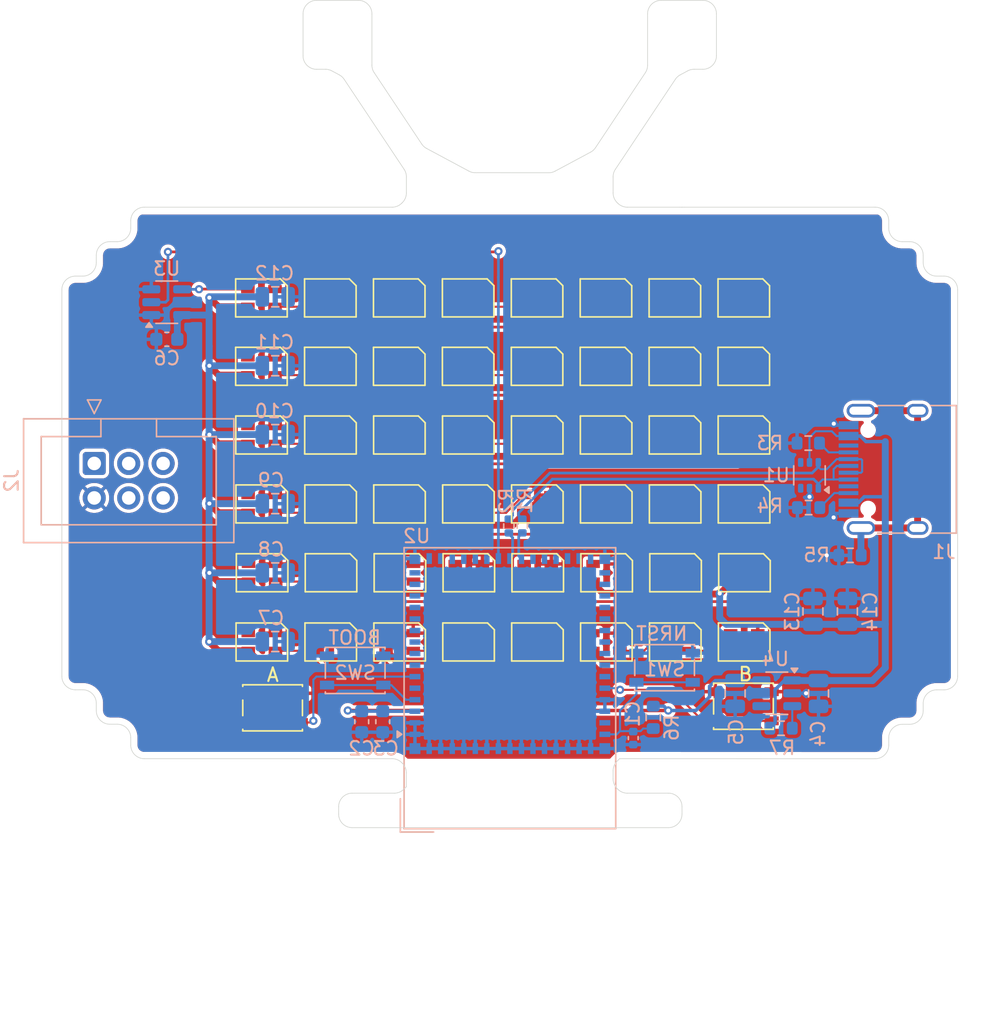
<source format=kicad_pcb>
(kicad_pcb (version 20241229) (generator "pcbnew") (generator_version "9.0")
  (layers (0 "F.Cu" signal) (2 "B.Cu" signal) (13 "F.Paste" user) (15 "B.Paste" user) (5 "F.SilkS" user "F.Silkscreen") (7 "B.SilkS" user "B.Silkscreen") (1 "F.Mask" user) (3 "B.Mask" user) (25 "Edge.Cuts" user))
  (net 0 "")
  (net 2 "Net-(J1-SHIELD)")
  (net 23 "GND")
  (net 27 "VBUS")
  (net 31 "Net-(D1-DIN)")
  (net 36 "/NRST")
  (net 37 "+3V3")
  (net 39 "Net-(J1-CC2)")
  (net 40 "/RAW_D_P")
  (net 42 "/RAW_D_N")
  (net 43 "Net-(J1-CC1)")
  (net 44 "/USB_D_P")
  (net 45 "/USB_D_N")
  (net 48 "Net-(U2-IO0)")
  (net 49 "Net-(U4-CE)")
  (net 51 "Net-(D12-DOUT)")
  (net 52 "Net-(D1-DOUT)")
  (net 53 "Net-(D24-DOUT)")
  (net 54 "Net-(D2-DOUT)")
  (net 55 "/LED_IN")
  (net 56 "Net-(D3-DOUT)")
  (net 57 "Net-(D36-DOUT)")
  (net 58 "Net-(D37-DOUT)")
  (net 59 "Net-(D4-DOUT)")
  (net 60 "Net-(D5-DOUT)")
  (net 61 "Net-(D38-DOUT)")
  (net 62 "Net-(D39-DOUT)")
  (net 63 "Net-(D6-DOUT)")
  (net 64 "Net-(D7-DOUT)")
  (net 65 "Net-(D40-DOUT)")
  (net 66 "Net-(D41-DOUT)")
  (net 67 "Net-(D8-DOUT)")
  (net 68 "Net-(D42-DOUT)")
  (net 69 "Net-(D10-DIN)")
  (net 70 "Net-(D43-DOUT)")
  (net 71 "Net-(D10-DOUT)")
  (net 72 "Net-(D11-DOUT)")
  (net 73 "Net-(D44-DOUT)")
  (net 74 "Net-(D45-DOUT)")
  (net 75 "Net-(D46-DOUT)")
  (net 76 "Net-(D47-DOUT)")
  (net 77 "Net-(D13-DOUT)")
  (net 79 "Net-(D14-DOUT)")
  (net 80 "Net-(D15-DOUT)")
  (net 81 "Net-(D16-DOUT)")
  (net 82 "Net-(D17-DOUT)")
  (net 83 "Net-(D18-DOUT)")
  (net 84 "Net-(D19-DOUT)")
  (net 85 "Net-(D20-DOUT)")
  (net 86 "Net-(D21-DOUT)")
  (net 87 "Net-(D22-DOUT)")
  (net 88 "Net-(D23-DOUT)")
  (net 89 "Net-(D25-DOUT)")
  (net 90 "Net-(D26-DOUT)")
  (net 91 "Net-(D27-DOUT)")
  (net 92 "Net-(D28-DOUT)")
  (net 93 "Net-(D29-DOUT)")
  (net 94 "Net-(D30-DOUT)")
  (net 95 "Net-(D31-DOUT)")
  (net 96 "Net-(D32-DOUT)")
  (net 97 "Net-(D33-DOUT)")
  (net 98 "Net-(D34-DOUT)")
  (net 99 "Net-(D35-DOUT)")
  (net 100 "/BTN1")
  (net 101 "/BTN2")
  (net 104 "/SCL")
  (net 105 "/SDA")
  (net 106 "/GPIO2")
  (net 107 "VCC")
  (net 108 "/GPIO1")
  (footprint "LED_SMD:LED_SK6805_PLCC4_2.4x2.7mm_P1.3mm" (layer "F.Cu") (at 136.580001 115.86 180)
    (property "Reference" "D44" (hide yes))
    (property "Value" "SK6805")
  )
  (footprint "LED_SMD:LED_SK6805_PLCC4_2.4x2.7mm_P1.3mm" (layer "F.Cu") (at 131.52 110.76 180)
    (property "Reference" "D35" (hide yes))
    (property "Value" "SK6805")
  )
  (footprint "LED_SMD:LED_SK6805_PLCC4_2.4x2.7mm_P1.3mm" (layer "F.Cu") (at 146.71 95.549999 180)
    (property "Reference" "D14" (hide yes))
    (property "Value" "SK6805")
  )
  (footprint "LED_SMD:LED_SK6805_PLCC4_2.4x2.7mm_P1.3mm" (layer "F.Cu") (at 121.32 100.61 180)
    (property "Reference" "D17" (hide yes))
    (property "Value" "SK6805")
  )
  (footprint "LED_SMD:LED_SK6805_PLCC4_2.4x2.7mm_P1.3mm" (layer "F.Cu") (at 136.55 90.51 180)
    (property "Reference" "D4" (hide yes))
    (property "Value" "SK6805")
  )
  (footprint "LED_SMD:LED_SK6805_PLCC4_2.4x2.7mm_P1.3mm" (layer "F.Cu") (at 151.79 95.55 180)
    (property "Reference" "D15" (hide yes))
    (property "Value" "SK6805")
  )
  (footprint "LED_SMD:LED_SK6805_PLCC4_2.4x2.7mm_P1.3mm" (layer "F.Cu") (at 141.629999 90.51 180)
    (property "Reference" "D5" (hide yes))
    (property "Value" "SK6805")
  )
  (footprint "LED_SMD:LED_SK6805_PLCC4_2.4x2.7mm_P1.3mm" (layer "F.Cu") (at 126.39 90.51 180)
    (property "Reference" "D2" (hide yes))
    (property "Value" "SK6805")
  )
  (footprint "LED_SMD:LED_SK6805_PLCC4_2.4x2.7mm_P1.3mm" (layer "F.Cu") (at 131.47 95.55 180)
    (property "Reference" "D11" (hide yes))
    (property "Value" "SK6805")
  )
  (footprint "LED_SMD:LED_SK6805_PLCC4_2.4x2.7mm_P1.3mm" (layer "F.Cu") (at 146.71 90.51 180)
    (property "Reference" "D6" (hide yes))
    (property "Value" "SK6805")
  )
  (footprint "LED_SMD:LED_SK6805_PLCC4_2.4x2.7mm_P1.3mm" (layer "F.Cu") (at 156.92 110.759999 180)
    (property "Reference" "D40" (hide yes))
    (property "Value" "SK6805")
  )
  (footprint "Button_Switch_SMD:SW_SPST_PTS810" (layer "F.Cu") (at 122.133336 120.714412)
    (property "Reference" "SW3" (hide yes))
    (property "Value" "SW_Push")
  )
  (footprint "LED_SMD:LED_SK6805_PLCC4_2.4x2.7mm_P1.3mm" (layer "F.Cu") (at 151.81 105.69 180)
    (property "Reference" "D31" (hide yes))
    (property "Value" "SK6805")
  )
  (footprint "LED_SMD:LED_SK6805_PLCC4_2.4x2.7mm_P1.3mm" (layer "F.Cu") (at 141.64 100.61 180)
    (property "Reference" "D21" (hide yes))
    (property "Value" "SK6805")
  )
  (footprint "LED_SMD:LED_SK6805_PLCC4_2.4x2.7mm_P1.3mm" (layer "F.Cu") (at 121.33 105.69 180)
    (property "Reference" "D25" (hide yes))
    (property "Value" "SK6805")
  )
  (footprint "LED_SMD:LED_SK6805_PLCC4_2.4x2.7mm_P1.3mm" (layer "F.Cu") (at 131.48 100.61 180)
    (property "Reference" "D19" (hide yes))
    (property "Value" "SK6805")
  )
  (footprint "LED_SMD:LED_SK6805_PLCC4_2.4x2.7mm_P1.3mm" (layer "F.Cu") (at 151.82 115.86 180)
    (property "Reference" "D47" (hide yes))
    (property "Value" "SK6805")
  )
  (footprint "LED_SMD:LED_SK6805_PLCC4_2.4x2.7mm_P1.3mm" (layer "F.Cu") (at 126.4 100.61 180)
    (property "Reference" "D18" (hide yes))
    (property "Value" "SK6805")
  )
  (footprint "LED_SMD:LED_SK6805_PLCC4_2.4x2.7mm_P1.3mm" (layer "F.Cu") (at 121.31 90.509999 180)
    (property "Reference" "D1" (hide yes))
    (property "Value" "SK6805")
  )
  (footprint "LED_SMD:LED_SK6805_PLCC4_2.4x2.7mm_P1.3mm" (layer "F.Cu") (at 126.39 95.55 180)
    (property "Reference" "D10" (hide yes))
    (property "Value" "SK6805")
  )
  (footprint "LED_SMD:LED_SK6805_PLCC4_2.4x2.7mm_P1.3mm" (layer "F.Cu") (at 151.79 90.51 180)
    (property "Reference" "D7" (hide yes))
    (property "Value" "SK6805")
  )
  (footprint "LED_SMD:LED_SK6805_PLCC4_2.4x2.7mm_P1.3mm" (layer "F.Cu") (at 156.87 95.549999 180)
    (property "Reference" "D16" (hide yes))
    (property "Value" "SK6805")
  )
  (footprint "LED_SMD:LED_SK6805_PLCC4_2.4x2.7mm_P1.3mm" (layer "F.Cu") (at 151.84 110.76 180)
    (property "Reference" "D39" (hide yes))
    (property "Value" "SK6805")
  )
  (footprint "LED_SMD:LED_SK6805_PLCC4_2.4x2.7mm_P1.3mm" (layer "F.Cu") (at 136.560001 100.61 180)
    (property "Reference" "D20" (hide yes))
    (property "Value" "SK6805")
  )
  (footprint "LED_SMD:LED_SK6805_PLCC4_2.4x2.7mm_P1.3mm" (layer "F.Cu") (at 146.74 115.859999 180)
    (property "Reference" "D46" (hide yes))
    (property "Value" "SK6805")
  )
  (footprint "LED_SMD:LED_SK6805_PLCC4_2.4x2.7mm_P1.3mm" (layer "F.Cu") (at 141.65 105.69 180)
    (property "Reference" "D29" (hide yes))
    (property "Value" "SK6805")
  )
  (footprint "LED_SMD:LED_SK6805_PLCC4_2.4x2.7mm_P1.3mm" (layer "F.Cu") (at 121.34 115.86 180)
    (property "Reference" "D41" (hide yes))
    (property "Value" "SK6805")
  )
  (footprint "LED_SMD:LED_SK6805_PLCC4_2.4x2.7mm_P1.3mm" (layer "F.Cu") (at 146.73 105.689999 180)
    (property "Reference" "D30" (hide yes))
    (property "Value" "SK6805")
  )
  (footprint "LED_SMD:LED_SK6805_PLCC4_2.4x2.7mm_P1.3mm" (layer "F.Cu") (at 126.41 105.69 180)
    (property "Reference" "D26" (hide yes))
    (property "Value" "SK6805")
  )
  (footprint "LED_SMD:LED_SK6805_PLCC4_2.4x2.7mm_P1.3mm" (layer "F.Cu") (at 136.600001 110.76 180)
    (property "Reference" "D36" (hide yes))
    (property "Value" "SK6805")
  )
  (footprint "LED_SMD:LED_SK6805_PLCC4_2.4x2.7mm_P1.3mm" (layer "F.Cu") (at 141.66 115.86 180)
    (property "Reference" "D45" (hide yes))
    (property "Value" "SK6805")
  )
  (footprint "LED_SMD:LED_SK6805_PLCC4_2.4x2.7mm_P1.3mm" (layer "F.Cu") (at 146.72 100.609999 180)
    (property "Reference" "D22" (hide yes))
    (property "Value" "SK6805")
  )
  (footprint "LED_SMD:LED_SK6805_PLCC4_2.4x2.7mm_P1.3mm" (layer "F.Cu") (at 156.89 105.689999 180)
    (property "Reference" "D32" (hide yes))
    (property "Value" "SK6805")
  )
  (footprint "LED_SMD:LED_SK6805_PLCC4_2.4x2.7mm_P1.3mm" (layer "F.Cu") (at 136.570001 105.69 180)
    (property "Reference" "D28" (hide yes))
    (property "Value" "SK6805")
  )
  (footprint "LED_SMD:LED_SK6805_PLCC4_2.4x2.7mm_P1.3mm" (layer "F.Cu") (at 156.87 90.51 180)
    (property "Reference" "D8" (hide yes))
    (property "Value" "SK6805")
  )
  (footprint "LED_SMD:LED_SK6805_PLCC4_2.4x2.7mm_P1.3mm" (layer "F.Cu") (at 121.36 110.76 180)
    (property "Reference" "D33" (hide yes))
    (property "Value" "SK6805")
  )
  (footprint "LED_SMD:LED_SK6805_PLCC4_2.4x2.7mm_P1.3mm" (layer "F.Cu") (at 146.76 110.759999 180)
    (property "Reference" "D38" (hide yes))
    (property "Value" "SK6805")
  )
  (footprint "Button_Switch_SMD:SW_SPST_PTS810" (layer "F.Cu") (at 156.845336 120.596412)
    (property "Reference" "SW4" (hide yes))
    (property "Value" "SW_Push")
  )
  (footprint "LED_SMD:LED_SK6805_PLCC4_2.4x2.7mm_P1.3mm" (layer "F.Cu") (at 126.44 110.76 180)
    (property "Reference" "D34" (hide yes))
    (property "Value" "SK6805")
  )
  (footprint "LED_SMD:LED_SK6805_PLCC4_2.4x2.7mm_P1.3mm" (layer "F.Cu") (at 156.88 100.609999 180)
    (property "Reference" "D24" (hide yes))
    (property "Value" "SK6805")
  )
  (footprint "LED_SMD:LED_SK6805_PLCC4_2.4x2.7mm_P1.3mm" (layer "F.Cu") (at 121.31 95.55 180)
    (property "Reference" "D9" (hide yes))
    (property "Value" "SK6805")
  )
  (footprint "LED_SMD:LED_SK6805_PLCC4_2.4x2.7mm_P1.3mm" (layer "F.Cu") (at 131.47 90.509999 180)
    (property "Reference" "D3" (hide yes))
    (property "Value" "SK6805")
  )
  (footprint "LED_SMD:LED_SK6805_PLCC4_2.4x2.7mm_P1.3mm" (layer "F.Cu") (at 141.63 95.55 180)
    (property "Reference" "D13" (hide yes))
    (property "Value" "SK6805")
  )
  (footprint "LED_SMD:LED_SK6805_PLCC4_2.4x2.7mm_P1.3mm" (layer "F.Cu") (at 131.49 105.69 180)
    (property "Reference" "D27" (hide yes))
    (property "Value" "SK6805")
  )
  (footprint "LED_SMD:LED_SK6805_PLCC4_2.4x2.7mm_P1.3mm" (layer "F.Cu") (at 136.550001 95.55 180)
    (property "Reference" "D12" (hide yes))
    (property "Value" "SK6805")
  )
  (footprint "LED_SMD:LED_SK6805_PLCC4_2.4x2.7mm_P1.3mm" (layer "F.Cu") (at 141.68 110.76 180)
    (property "Reference" "D37" (hide yes))
    (property "Value" "SK6805")
  )
  (footprint "LED_SMD:LED_SK6805_PLCC4_2.4x2.7mm_P1.3mm" (layer "F.Cu") (at 131.5 115.86 180)
    (property "Reference" "D43" (hide yes))
    (property "Value" "SK6805")
  )
  (footprint "LED_SMD:LED_SK6805_PLCC4_2.4x2.7mm_P1.3mm" (layer "F.Cu") (at 126.42 115.86 180)
    (property "Reference" "D42" (hide yes))
    (property "Value" "SK6805")
  )
  (footprint "LED_SMD:LED_SK6805_PLCC4_2.4x2.7mm_P1.3mm" (layer "F.Cu") (at 156.9 115.859999 180)
    (property "Reference" "D48" (hide yes))
    (property "Value" "SK6805")
  )
  (footprint "LED_SMD:LED_SK6805_PLCC4_2.4x2.7mm_P1.3mm" (layer "F.Cu") (at 151.8 100.61 180)
    (property "Reference" "D23" (hide yes))
    (property "Value" "SK6805")
  )
  (footprint "Capacitor_SMD:C_0805_2012Metric" (layer "B.Cu") (at 164.508336 113.609413 90)
    (property "Reference" "C14")
    (property "Value" "10uf")
  )
  (footprint "Capacitor_SMD:C_0805_2012Metric" (layer "B.Cu") (at 122.328336 110.77)
    (property "Reference" "C8")
    (property "Value" "10uf")
  )
  (footprint "Button_Switch_SMD:SW_SPST_PTS810" (layer "B.Cu") (at 128.221962 117.96035 180)
    (property "Reference" "SW2")
    (property "Value" "SW_Push")
  )
  (footprint "Capacitor_SMD:C_0805_2012Metric" (layer "B.Cu") (at 162.380235 119.653512 -90)
    (property "Reference" "C4")
    (property "Value" "10uf")
  )
  (footprint "Connector_IDC:IDC-Header_2x03_P2.54mm_Vertical" (layer "B.Cu") (at 108.985 102.7075 -90)
    (property "Reference" "J2")
    (property "Value" "Conn_02x03_Odd_Even")
  )
  (footprint "Capacitor_SMD:C_0805_2012Metric" (layer "B.Cu") (at 122.328336 100.579412)
    (property "Reference" "C10")
    (property "Value" "10uf")
  )
  (footprint "Capacitor_SMD:C_0603_1608Metric" (layer "B.Cu") (at 114.335 93.56 180)
    (property "Reference" "C6")
    (property "Value" ".1uf")
  )
  (footprint "RF_Module:ESP32-S2-MINI-1" (layer "B.Cu") (at 139.627562 119.26475)
    (property "Reference" "U2")
    (property "Value" "ESP32-S3-MINI-1")
  )
  (footprint "Resistor_SMD:R_0603_1608Metric" (layer "B.Cu") (at 159.617136 122.215012 180)
    (property "Reference" "R7")
    (property "Value" "10k")
  )
  (footprint "Capacitor_SMD:C_0603_1608Metric" (layer "B.Cu") (at 128.704562 121.73195 -90)
    (property "Reference" "C2")
    (property "Value" "1uf")
  )
  (footprint "Capacitor_SMD:C_0402_1005Metric" (layer "B.Cu") (at 148.720762 122.941412 -90)
    (property "Reference" "C1")
    (property "Value" "0.1uf")
  )
  (footprint "Capacitor_SMD:C_0603_1608Metric" (layer "B.Cu") (at 130.253962 121.73195 -90)
    (property "Reference" "C3")
    (property "Value" "0.01uf")
  )
  (footprint "Capacitor_SMD:C_0805_2012Metric" (layer "B.Cu") (at 122.328336 95.509412)
    (property "Reference" "C11")
    (property "Value" "10uf")
  )
  (footprint "Resistor_SMD:R_0402_1005Metric" (layer "B.Cu") (at 140.540962 107.31375 90)
    (property "Reference" "R1")
    (property "Value" "27")
  )
  (footprint "Package_TO_SOT_SMD:SOT-23-5" (layer "B.Cu") (at 159.306836 119.639412 180)
    (property "Reference" "U4")
    (property "Value" "XC6222B331MR-G")
  )
  (footprint "Resistor_SMD:R_0603_1608Metric" (layer "B.Cu") (at 150.193962 121.41475 90)
    (property "Reference" "R6")
    (property "Value" "10k")
  )
  (footprint "Resistor_SMD:R_0603_1608Metric" (layer "B.Cu") (at 161.623962 101.20955 180)
    (property "Reference" "R3")
    (property "Value" "5.1K")
  )
  (footprint "Package_TO_SOT_SMD:SOT-363_SC-70-6" (layer "B.Cu") (at 161.713462 103.58195 90)
    (property "Reference" "U1")
    (property "Value" "DRTR5V0U4S")
  )
  (footprint "Resistor_SMD:R_0603_1608Metric" (layer "B.Cu") (at 161.649362 105.959349 180)
    (property "Reference" "R4")
    (property "Value" "5.1K")
  )
  (footprint "Connector_USB:USB_C_Receptacle_HRO_TYPE-C-31-M-12" (layer "B.Cu") (at 168.635562 103.13995 -90)
    (property "Reference" "J1")
    (property "Value" "USB_C_Receptacle_USB2.0")
  )
  (footprint "Capacitor_SMD:C_0805_2012Metric" (layer "B.Cu") (at 122.328336 115.83)
    (property "Reference" "C7")
    (property "Value" "10uf")
  )
  (footprint "Resistor_SMD:R_0402_1005Metric" (layer "B.Cu") (at 139.551362 107.31575 90)
    (property "Reference" "R2")
    (property "Value" "27")
  )
  (footprint "Capacitor_SMD:C_0805_2012Metric" (layer "B.Cu") (at 161.968336 113.609413 90)
    (property "Reference" "C13")
    (property "Value" "10uf")
  )
  (footprint "Capacitor_SMD:C_0805_2012Metric" (layer "B.Cu") (at 122.328336 105.669412)
    (property "Reference" "C9")
    (property "Value" "10uf")
  )
  (footprint "Button_Switch_SMD:SW_SPST_PTS810" (layer "B.Cu") (at 151.031162 117.75715 180)
    (property "Reference" "SW1")
    (property "Value" "SW_Push")
  )
  (footprint "Capacitor_SMD:C_0805_2012Metric" (layer "B.Cu") (at 156.233435 119.653512 -90)
    (property "Reference" "C5")
    (property "Value" "10uf")
  )
  (footprint "Capacitor_SMD:C_0805_2012Metric" (layer "B.Cu") (at 122.328336 90.429412)
    (property "Reference" "C12")
    (property "Value" "10uf")
  )
  (footprint "Resistor_SMD:R_0603_1608Metric" (layer "B.Cu") (at 164.699336 109.479412 180)
    (property "Reference" "R5")
    (property "Value" "1M")
  )
  (footprint "Package_TO_SOT_SMD:SOT-23-5" (layer "B.Cu") (at 114.3295 90.827)
    (property "Reference" "U3")
    (property "Value" "74AHCT1G125")
  )
  (gr_line (start 148.28555 83.825412) (end 152.316336 83.825412) (stroke (width 0.05)) (layer "Edge.Cuts"))
  (gr_line (start 131.654229 83.532519) (end 131.703443 83.483305) (stroke (width 0.05)) (layer "Edge.Cuts"))
  (gr_line (start 149.776336 73.370202) (end 149.776336 69.585412) (stroke (width 0.05)) (layer "Edge.Cuts"))
  (gr_line (start 125.376336 68.585412) (end 128.456336 68.585412) (stroke (width 0.05)) (layer "Edge.Cuts"))
  (gr_arc (start 131.828386 81.033488) (mid 131.953428 81.298404) (end 131.996336 81.588188) (stroke (width 0.05)) (layer "Edge.Cuts"))
  (gr_arc (start 167.556336 122.925412) (mid 167.849227 122.21831) (end 168.556336 121.925412) (stroke (width 0.05)) (layer "Edge.Cuts"))
  (gr_line (start 147.712713 124.45945) (end 147.529323 124.642791) (stroke (width 0.05)) (layer "Edge.Cuts"))
  (gr_arc (start 145.938083 79.442049) (mid 145.778058 79.628199) (end 145.577505 79.769754) (stroke (width 0.05)) (layer "Edge.Cuts"))
  (gr_arc (start 108.134205 119.382135) (mid 108.842654 119.674288) (end 109.136336 120.382133) (stroke (width 0.05)) (layer "Edge.Cuts"))
  (gr_line (start 169.096336 121.925412) (end 168.556336 121.925412) (stroke (width 0.05)) (layer "Edge.Cuts"))
  (gr_arc (start 106.596336 89.905412) (mid 106.889227 89.19831) (end 107.596336 88.905412) (stroke (width 0.05)) (layer "Edge.Cuts"))
  (gr_line (start 142.958584 81.171956) (end 145.577505 79.769754) (stroke (width 0.05)) (layer "Edge.Cuts"))
  (gr_line (start 152.316336 83.825412) (end 166.556336 83.825412) (stroke (width 0.05)) (layer "Edge.Cuts"))
  (gr_line (start 166.55607 124.46447) (end 147.712713 124.45945) (stroke (width 0.05)) (layer "Edge.Cuts"))
  (gr_line (start 148.285719 127) (end 151.316336 127) (stroke (width 0.05)) (layer "Edge.Cuts"))
  (gr_arc (start 125.376336 73.665412) (mid 124.669229 73.372519) (end 124.376336 72.665412) (stroke (width 0.05)) (layer "Edge.Cuts"))
  (gr_line (start 152.316336 128) (end 152.316336 128.54) (stroke (width 0.05)) (layer "Edge.Cuts"))
  (gr_arc (start 171.096336 88.905412) (mid 170.389202 88.612532) (end 170.096336 87.905412) (stroke (width 0.05)) (layer "Edge.Cuts"))
  (gr_line (start 170.096336 120.385412) (end 170.096336 120.925412) (stroke (width 0.05)) (layer "Edge.Cuts"))
  (gr_arc (start 111.676336 84.825412) (mid 111.969229 84.118305) (end 112.676336 83.825412) (stroke (width 0.05)) (layer "Edge.Cuts"))
  (gr_arc (start 110.676336 121.92) (mid 111.38342 122.212906) (end 111.676336 122.92) (stroke (width 0.05)) (layer "Edge.Cuts"))
  (gr_arc (start 151.316336 127) (mid 152.023443 127.292893) (end 152.316336 128) (stroke (width 0.05)) (layer "Edge.Cuts"))
  (gr_arc (start 109.136336 87.905412) (mid 108.843441 88.612524) (end 108.136336 88.905412) (stroke (width 0.05)) (layer "Edge.Cuts"))
  (gr_line (start 153.856336 73.665412) (end 153.202101 73.665412) (stroke (width 0.05)) (layer "Edge.Cuts"))
  (gr_line (start 172.636336 89.905412) (end 172.636336 118.385412) (stroke (width 0.05)) (layer "Edge.Cuts"))
  (gr_arc (start 124.376336 69.585412) (mid 124.669227 68.87831) (end 125.376336 68.585412) (stroke (width 0.05)) (layer "Edge.Cuts"))
  (gr_arc (start 154.856336 72.665412) (mid 154.563441 73.372524) (end 153.856336 73.665412) (stroke (width 0.05)) (layer "Edge.Cuts"))
  (gr_arc (start 151.825002 74.402413) (mid 151.984912 74.216689) (end 152.185194 74.075439) (stroke (width 0.05)) (layer "Edge.Cuts"))
  (gr_line (start 167.556336 84.825412) (end 167.556336 85.365412) (stroke (width 0.05)) (layer "Edge.Cuts"))
  (gr_line (start 127.047478 74.075439) (end 126.502429 73.783738) (stroke (width 0.05)) (layer "Edge.Cuts"))
  (gr_arc (start 131.654229 83.532519) (mid 131.329806 83.749292) (end 130.947122 83.825412) (stroke (width 0.05)) (layer "Edge.Cuts"))
  (gr_line (start 111.676336 123.46) (end 111.676336 122.92) (stroke (width 0.05)) (layer "Edge.Cuts"))
  (gr_line (start 151.825002 74.402413) (end 147.404286 81.033488) (stroke (width 0.05)) (layer "Edge.Cuts"))
  (gr_line (start 131.996336 82.776198) (end 131.996336 81.588188) (stroke (width 0.05)) (layer "Edge.Cuts"))
  (gr_line (start 108.134205 119.382135) (end 107.598467 119.383277) (stroke (width 0.05)) (layer "Edge.Cuts"))
  (gr_line (start 171.636336 119.385412) (end 171.096336 119.385412) (stroke (width 0.05)) (layer "Edge.Cuts"))
  (gr_line (start 131.828386 81.033488) (end 127.40767 74.402413) (stroke (width 0.05)) (layer "Edge.Cuts"))
  (gr_arc (start 131.812979 126.707107) (mid 131.488554 126.923871) (end 131.105872 127) (stroke (width 0.05)) (layer "Edge.Cuts"))
  (gr_line (start 171.096336 88.905412) (end 171.636336 88.905412) (stroke (width 0.05)) (layer "Edge.Cuts"))
  (gr_line (start 131.812979 126.707107) (end 131.996336 126.52375) (stroke (width 0.05)) (layer "Edge.Cuts"))
  (gr_line (start 147.529229 83.483305) (end 147.578443 83.532519) (stroke (width 0.05)) (layer "Edge.Cuts"))
  (gr_arc (start 171.636336 88.905412) (mid 172.343443 89.198305) (end 172.636336 89.905412) (stroke (width 0.05)) (layer "Edge.Cuts"))
  (gr_line (start 133.487247 79.498728) (end 136.60495 81.168523) (stroke (width 0.05)) (layer "Edge.Cuts"))
  (gr_line (start 110.136336 86.365412) (end 110.676336 86.365412) (stroke (width 0.05)) (layer "Edge.Cuts"))
  (gr_arc (start 127.047478 74.075439) (mid 127.247755 74.216693) (end 127.40767 74.402413) (stroke (width 0.05)) (layer "Edge.Cuts"))
  (gr_line (start 137.07646 81.286995) (end 142.485947 81.290365) (stroke (width 0.05)) (layer "Edge.Cuts"))
  (gr_arc (start 147.236336 81.588188) (mid 147.279249 81.298406) (end 147.404286 81.033488) (stroke (width 0.05)) (layer "Edge.Cuts"))
  (gr_line (start 151.316336 129.54) (end 128.001429 129.54) (stroke (width 0.05)) (layer "Edge.Cuts"))
  (gr_line (start 131.703443 124.802107) (end 131.654229 124.752893) (stroke (width 0.05)) (layer "Edge.Cuts"))
  (gr_arc (start 126.030571 73.665412) (mid 126.273807 73.695438) (end 126.502429 73.783738) (stroke (width 0.05)) (layer "Edge.Cuts"))
  (gr_arc (start 169.096336 86.365412) (mid 169.803443 86.658305) (end 170.096336 87.365412) (stroke (width 0.05)) (layer "Edge.Cuts"))
  (gr_arc (start 147.529229 83.483305) (mid 147.312449 83.158883) (end 147.236336 82.776198) (stroke (width 0.05)) (layer "Edge.Cuts"))
  (gr_line (start 112.676336 83.825412) (end 130.947122 83.825412) (stroke (width 0.05)) (layer "Edge.Cuts"))
  (gr_arc (start 168.556336 86.365412) (mid 167.849202 86.072532) (end 167.556336 85.365412) (stroke (width 0.05)) (layer "Edge.Cuts"))
  (gr_line (start 127.00143 128.538572) (end 127.002201 127.998571) (stroke (width 0.05)) (layer "Edge.Cuts"))
  (gr_arc (start 129.624286 73.917336) (mid 129.499244 73.65242) (end 129.456336 73.362636) (stroke (width 0.05)) (layer "Edge.Cuts"))
  (gr_line (start 147.236336 125.349992) (end 147.236336 125.950617) (stroke (width 0.05)) (layer "Edge.Cuts"))
  (gr_line (start 111.676336 85.365412) (end 111.676336 84.825412) (stroke (width 0.05)) (layer "Edge.Cuts"))
  (gr_line (start 110.676336 121.92) (end 110.136336 121.92) (stroke (width 0.05)) (layer "Edge.Cuts"))
  (gr_arc (start 147.529229 126.657724) (mid 147.312443 126.333304) (end 147.236336 125.950617) (stroke (width 0.05)) (layer "Edge.Cuts"))
  (gr_arc (start 131.703443 124.802107) (mid 131.920204 125.126533) (end 131.996336 125.509214) (stroke (width 0.05)) (layer "Edge.Cuts"))
  (gr_arc (start 131.996336 82.776198) (mid 131.920218 83.158884) (end 131.703443 83.483305) (stroke (width 0.05)) (layer "Edge.Cuts"))
  (gr_arc (start 111.676336 85.365412) (mid 111.383443 86.072519) (end 110.676336 86.365412) (stroke (width 0.05)) (layer "Edge.Cuts"))
  (gr_arc (start 153.856336 68.585412) (mid 154.563443 68.878305) (end 154.856336 69.585412) (stroke (width 0.05)) (layer "Edge.Cuts"))
  (gr_arc (start 149.776336 73.370202) (mid 149.733571 73.659518) (end 149.608929 73.924088) (stroke (width 0.05)) (layer "Edge.Cuts"))
  (gr_line (start 126.030571 73.665412) (end 125.376336 73.665412) (stroke (width 0.05)) (layer "Edge.Cuts"))
  (gr_line (start 145.938083 79.442049) (end 149.608929 73.924088) (stroke (width 0.05)) (layer "Edge.Cuts"))
  (gr_arc (start 110.136336 121.92) (mid 109.429206 121.62712) (end 109.136336 120.92) (stroke (width 0.05)) (layer "Edge.Cuts"))
  (gr_line (start 154.856336 69.585412) (end 154.856336 72.665412) (stroke (width 0.05)) (layer "Edge.Cuts"))
  (gr_arc (start 147.236336 125.349992) (mid 147.312482 124.967247) (end 147.529323 124.642791) (stroke (width 0.05)) (layer "Edge.Cuts"))
  (gr_line (start 124.376336 72.665412) (end 124.376336 69.585412) (stroke (width 0.05)) (layer "Edge.Cuts"))
  (gr_arc (start 127.002201 127.998571) (mid 127.295599 127.292388) (end 128.0022 127) (stroke (width 0.05)) (layer "Edge.Cuts"))
  (gr_line (start 128.0022 127) (end 131.105872 127) (stroke (width 0.05)) (layer "Edge.Cuts"))
  (gr_line (start 131.996336 126.52375) (end 131.996336 125.509214) (stroke (width 0.05)) (layer "Edge.Cuts"))
  (gr_arc (start 152.316336 128.54) (mid 152.023445 129.24712) (end 151.316336 129.54) (stroke (width 0.05)) (layer "Edge.Cuts"))
  (gr_line (start 167.556336 122.925412) (end 167.556336 123.46447) (stroke (width 0.05)) (layer "Edge.Cuts"))
  (gr_arc (start 148.285719 127) (mid 147.903032 126.923886) (end 147.578612 126.707107) (stroke (width 0.05)) (layer "Edge.Cuts"))
  (gr_line (start 107.596336 88.905412) (end 108.136336 88.905412) (stroke (width 0.05)) (layer "Edge.Cuts"))
  (gr_line (start 150.776336 68.585412) (end 153.856336 68.585412) (stroke (width 0.05)) (layer "Edge.Cuts"))
  (gr_arc (start 167.556336 123.46447) (mid 167.263349 124.171671) (end 166.55607 124.46447) (stroke (width 0.05)) (layer "Edge.Cuts"))
  (gr_arc (start 170.096336 120.925412) (mid 169.803441 121.632524) (end 169.096336 121.925412) (stroke (width 0.05)) (layer "Edge.Cuts"))
  (gr_line (start 147.236336 81.588188) (end 147.236336 82.776198) (stroke (width 0.05)) (layer "Edge.Cuts"))
  (gr_arc (start 128.456336 68.585412) (mid 129.163443 68.878305) (end 129.456336 69.585412) (stroke (width 0.05)) (layer "Edge.Cuts"))
  (gr_arc (start 142.958584 81.171956) (mid 142.729587 81.260383) (end 142.485947 81.290365) (stroke (width 0.05)) (layer "Edge.Cuts"))
  (gr_arc (start 109.136336 87.365412) (mid 109.429229 86.658305) (end 110.136336 86.365412) (stroke (width 0.05)) (layer "Edge.Cuts"))
  (gr_arc (start 170.096336 120.385412) (mid 170.389227 119.67831) (end 171.096336 119.385412) (stroke (width 0.05)) (layer "Edge.Cuts"))
  (gr_line (start 129.456336 69.585412) (end 129.456336 73.362636) (stroke (width 0.05)) (layer "Edge.Cuts"))
  (gr_arc (start 149.776336 69.585412) (mid 150.069229 68.878305) (end 150.776336 68.585412) (stroke (width 0.05)) (layer "Edge.Cuts"))
  (gr_line (start 109.136336 120.92) (end 109.136336 120.382133) (stroke (width 0.05)) (layer "Edge.Cuts"))
  (gr_arc (start 166.556336 83.825412) (mid 167.263443 84.118305) (end 167.556336 84.825412) (stroke (width 0.05)) (layer "Edge.Cuts"))
  (gr_line (start 106.596336 118.388777) (end 106.596336 89.905412) (stroke (width 0.05)) (layer "Edge.Cuts"))
  (gr_arc (start 130.947122 124.46) (mid 131.329805 124.53612) (end 131.654229 124.752893) (stroke (width 0.05)) (layer "Edge.Cuts"))
  (gr_line (start 152.730243 73.783738) (end 152.185194 74.075439) (stroke (width 0.05)) (layer "Edge.Cuts"))
  (gr_arc (start 112.676336 124.46) (mid 111.969206 124.16712) (end 111.676336 123.46) (stroke (width 0.05)) (layer "Edge.Cuts"))
  (gr_line (start 168.556336 86.365412) (end 169.096336 86.365412) (stroke (width 0.05)) (layer "Edge.Cuts"))
  (gr_arc (start 152.730243 73.783738) (mid 152.958867 73.695444) (end 153.202101 73.665412) (stroke (width 0.05)) (layer "Edge.Cuts"))
  (gr_line (start 109.136336 87.905412) (end 109.136336 87.365412) (stroke (width 0.05)) (layer "Edge.Cuts"))
  (gr_arc (start 137.07646 81.286995) (mid 136.833397 81.256845) (end 136.60495 81.168523) (stroke (width 0.05)) (layer "Edge.Cuts"))
  (gr_arc (start 172.636336 118.385412) (mid 172.343441 119.092524) (end 171.636336 119.385412) (stroke (width 0.05)) (layer "Edge.Cuts"))
  (gr_arc (start 128.001429 129.54) (mid 127.293818 129.246602) (end 127.00143 128.538572) (stroke (width 0.05)) (layer "Edge.Cuts"))
  (gr_arc (start 133.487247 79.498728) (mid 133.287127 79.357517) (end 133.127329 79.171901) (stroke (width 0.05)) (layer "Edge.Cuts"))
  (gr_line (start 130.947122 124.46) (end 112.676336 124.46) (stroke (width 0.05)) (layer "Edge.Cuts"))
  (gr_line (start 129.624286 73.917336) (end 133.127329 79.171901) (stroke (width 0.05)) (layer "Edge.Cuts"))
  (gr_line (start 147.529229 126.657724) (end 147.578612 126.707107) (stroke (width 0.05)) (layer "Edge.Cuts"))
  (gr_arc (start 107.598467 119.383277) (mid 106.889967 119.09115) (end 106.596336 118.383279) (stroke (width 0.05)) (layer "Edge.Cuts"))
  (gr_line (start 170.096336 87.365412) (end 170.096336 87.905412) (stroke (width 0.05)) (layer "Edge.Cuts"))
  (gr_arc (start 148.28555 83.825412) (mid 147.902855 83.749309) (end 147.578443 83.532519) (stroke (width 0.05)) (layer "Edge.Cuts"))
  (gr_text "B" (at 156.39 118.82 0) (layer "F.SilkS") (effects (font (size 1 1) (thickness 0.1524)) (justify left bottom)))
  (gr_text "A" (at 121.62 118.864412 0) (layer "F.SilkS") (effects (font (size 1 1) (thickness 0.1524)) (justify left bottom)))
  (gr_text "BOOT" (at 130.216336 116.125412 0) (layer "B.SilkS") (effects (font (size 1 1) (thickness 0.1524)) (justify left bottom mirror)))
  (gr_text "NRST" (at 152.808336 115.829412 0) (layer "B.SilkS") (effects (font (size 1 1) (thickness 0.1524)) (justify left bottom mirror)))
  (segment (start 169.685562 98.81995) (end 165.505561 98.81995) (width 0.508) (layer "F.Cu") (net 2))
  (segment (start 169.685562 107.45995) (end 169.685562 98.81995) (width 0.508) (layer "F.Cu") (net 2))
  (segment (start 165.505561 107.45995) (end 169.685562 107.45995) (width 0.508) (layer "F.Cu") (net 2))
  (segment (start 165.505561 107.45995) (end 165.505561 109.460637) (width 0.508) (layer "B.Cu") (net 2))
  (segment (start 165.505561 109.460637) (end 165.524336 109.479412) (width 0.508) (layer "B.Cu") (net 2))
  (via (at 161.460336 119.639412) (size 0.6) (drill 0.3) (layers "F.Cu" "B.Cu") (net 23))
  (via (at 163.505292 99.77819) (size 0.6) (drill 0.3) (layers "F.Cu" "B.Cu") (net 23))
  (via (at 161.714336 105.161412) (size 0.6) (drill 0.3) (layers "F.Cu" "B.Cu") (net 23))
  (via (at 162.984336 109.479412) (size 0.6) (drill 0.3) (layers "F.Cu" "B.Cu") (net 23))
  (via (at 163.492336 106.685412) (size 0.6) (drill 0.3) (layers "F.Cu" "B.Cu") (net 23))
  (segment (start 164.590562 99.88995) (end 163.617052 99.88995) (width 0.1524) (layer "B.Cu") (net 23))
  (segment (start 163.874336 109.479412) (end 162.984336 109.479412) (width 0.508) (layer "B.Cu") (net 23))
  (segment (start 163.617052 99.88995) (end 163.505292 99.77819) (width 0.1524) (layer "B.Cu") (net 23))
  (segment (start 160.444336 119.639412) (end 161.460336 119.639412) (width 0.1524) (layer "B.Cu") (net 23))
  (segment (start 161.713462 105.160538) (end 161.714336 105.161412) (width 0.1524) (layer "B.Cu") (net 23))
  (segment (start 163.787798 106.38995) (end 163.492336 106.685412) (width 0.1524) (layer "B.Cu") (net 23))
  (segment (start 161.713462 104.531949) (end 161.713462 105.160538) (width 0.1524) (layer "B.Cu") (net 23))
  (segment (start 164.590562 106.38995) (end 163.787798 106.38995) (width 0.1524) (layer "B.Cu") (net 23))
  (segment (start 135.534 91.272) (end 134.779 92.027) (width 0.508) (layer "F.Cu") (net 27))
  (segment (start 130.474 106.452) (end 129.719 107.207) (width 0.508) (layer "F.Cu") (net 27))
  (segment (start 151.628 117.318) (end 150.82 116.51) (width 0.508) (layer "F.Cu") (net 27))
  (segment (start 155.046 92.080001) (end 151.582001 92.08) (width 0.508) (layer "F.Cu") (net 27))
  (segment (start 125.424 111.522) (end 124.669001 112.277) (width 0.508) (layer "F.Cu") (net 27))
  (segment (start 144.989 112.276999) (end 141.419 112.277) (width 0.508) (layer "F.Cu") (net 27))
  (segment (start 155.096 112.33) (end 155.096 112.285) (width 0.508) (layer "F.Cu") (net 27))
  (segment (start 121.099 112.276999) (end 120.621 111.799) (width 0.508) (layer "F.Cu") (net 27))
  (segment (start 129.745 117.265) (end 126.175001 117.265) (width 0.508) (layer "F.Cu") (net 27))
  (segment (start 120.621 111.799) (end 120.36 111.538) (width 0.508) (layer "F.Cu") (net 27))
  (segment (start 129.698999 92.027) (end 126.129 92.027) (width 0.508) (layer "F.Cu") (net 27))
  (segment (start 118.139999 91.159999) (end 117.47 90.49) (width 0.508) (layer "F.Cu") (net 27))
  (segment (start 136.352 102.18) (end 135.544 101.372) (width 0.508) (layer "F.Cu") (net 27))
  (segment (start 125.374 91.272) (end 124.619 92.027) (width 0.508) (layer "F.Cu") (net 27))
  (segment (start 131.209001 92.027) (end 130.454 91.272) (width 0.508) (layer "F.Cu") (net 27))
  (segment (start 120.31 96.2) (end 118.16 96.2) (width 0.508) (layer "F.Cu") (net 27))
  (segment (start 136.388001 117.318) (end 135.58 116.51) (width 0.508) (layer "F.Cu") (net 27))
  (segment (start 124.619001 97.067) (end 121.049 97.066999) (width 0.508) (layer "F.Cu") (net 27))
  (segment (start 150.82 116.51) (end 150.065001 117.265) (width 0.508) (layer "F.Cu") (net 27))
  (segment (start 141.369 97.067) (end 140.614 96.312) (width 0.508) (layer "F.Cu") (net 27))
  (segment (start 150.774 91.272) (end 150.019 92.027) (width 0.508) (layer "F.Cu") (net 27))
  (segment (start 141.379 102.127) (end 140.624 101.372) (width 0.508) (layer "F.Cu") (net 27))
  (segment (start 129.719 107.207) (end 126.149 107.207) (width 0.508) (layer "F.Cu") (net 27))
  (segment (start 134.779 92.027) (end 131.209001 92.027) (width 0.508) (layer "F.Cu") (net 27))
  (segment (start 139.826 107.26) (end 136.362 107.26) (width 0.508) (layer "F.Cu") (net 27))
  (segment (start 155.874 106.452) (end 155.066 107.26) (width 0.508) (layer "F.Cu") (net 27))
  (segment (start 118.11 111.41) (end 117.47 110.77) (width 0.508) (layer "F.Cu") (net 27))
  (segment (start 121.095 117.265) (end 120.34 116.51) (width 0.508) (layer "F.Cu") (net 27))
  (segment (start 146.459 102.127) (end 145.704 101.372) (width 0.508) (layer "F.Cu") (net 27))
  (segment (start 151.632 112.33) (end 150.824 111.522) (width 0.508) (layer "F.Cu") (net 27))
  (segment (start 129.749 112.277) (end 126.179 112.277) (width 0.508) (layer "F.Cu") (net 27))
  (segment (start 146.449 92.027) (end 145.694 91.272) (width 0.508) (layer "F.Cu") (net 27))
  (segment (start 118.15 106.34) (end 117.47 105.66) (width 0.508) (layer "F.Cu") (net 27))
  (segment (start 150.774 96.312) (end 150.019 97.067) (width 0.508) (layer "F.Cu") (net 27))
  (segment (start 120.646 96.664) (end 120.294 96.312) (width 0.508) (layer "F.Cu") (net 27))
  (segment (start 125.42 116.51) (end 124.665 117.265) (width 0.508) (layer "F.Cu") (net 27))
  (segment (start 145.744 111.522) (end 144.989 112.276999) (width 0.508) (layer "F.Cu") (net 27))
  (segment (start 145.694 96.312) (end 144.939 97.066999) (width 0.508) (layer "F.Cu") (net 27))
  (segment (start 126.149 107.207) (end 125.394 106.452) (width 0.508) (layer "F.Cu") (net 27))
  (segment (start 140.634 106.452) (end 139.826 107.26) (width 0.508) (layer "F.Cu") (net 27))
  (segment (start 140.614 91.272) (end 139.806 92.08) (width 0.508) (layer "F.Cu") (net 27))
  (segment (start 124.665 117.265) (end 121.095 117.265) (width 0.508) (layer "F.Cu") (net 27))
  (segment (start 126.129 97.067) (end 125.374 96.312) (width 0.508) (layer "F.Cu") (net 27))
  (segment (start 150.824 111.522) (end 150.069 112.277) (width 0.508) (layer "F.Cu") (net 27))
  (segment (start 155.9 116.51) (end 155.092 117.318) (width 0.508) (layer "F.Cu") (net 27))
  (segment (start 155.904 111.522) (end 155.096 112.33) (width 0.508) (layer "F.Cu") (net 27))
  (segment (start 135.554 106.452) (end 134.799 107.206999) (width 0.508) (layer "F.Cu") (net 27))
  (segment (start 126.139 102.127) (end 125.384 101.372) (width 0.508) (layer "F.Cu") (net 27))
  (segment (start 145.74 116.51) (end 144.985 117.265) (width 0.508) (layer "F.Cu") (net 27))
  (segment (start 136.362 107.26) (end 135.554 106.452) (width 0.508) (layer "F.Cu") (net 27))
  (segment (start 141.419 112.277) (end 140.664 111.522) (width 0.508) (layer "F.Cu") (net 27))
  (segment (start 139.852 117.318001) (end 136.388001 117.318) (width 0.508) (layer "F.Cu") (net 27))
  (segment (start 126.129 92.027) (end 125.374 91.272) (width 0.508) (layer "F.Cu") (net 27))
  (segment (start 118.13 116.51) (end 117.46 115.84) (width 0.508) (layer "F.Cu") (net 27))
  (segment (start 141.389 107.207) (end 140.634 106.452) (width 0.508) (layer "F.Cu") (net 27))
  (segment (start 155.046 97.12) (end 151.582 97.12) (width 0.508) (layer "F.Cu") (net 27))
  (segment (start 130.454 96.312) (end 129.699 97.067) (width 0.508) (layer "F.Cu") (net 27))
  (segment (start 120.36 111.41) (end 118.11 111.41) (width 0.508) (layer "F.Cu") (net 27))
  (segment (start 151.582001 92.08) (end 150.774 91.272) (width 0.508) (layer "F.Cu") (net 27))
  (segment (start 144.939 92.027) (end 141.369 92.026999) (width 0.508) (layer "F.Cu") (net 27))
  (segment (start 141.369 92.026999) (end 140.614 91.272) (width 0.508) (layer "F.Cu") (net 27))
  (segment (start 121.069 107.206999) (end 120.314 106.452) (width 0.508) (layer "F.Cu") (net 27))
  (segment (start 135.534 96.312) (end 134.779 97.066999) (width 0.508) (layer "F.Cu") (net 27))
  (segment (start 155.092 117.318) (end 151.628 117.318) (width 0.508) (layer "F.Cu") (net 27))
  (segment (start 120.314 106.452) (end 120.314 106.356) (width 0.508) (layer "F.Cu") (net 27))
  (segment (start 150.039 107.207) (end 146.469 107.207) (width 0.508) (layer "F.Cu") (net 27))
  (segment (start 136.342 92.08) (end 135.534 91.272) (width 0.508) (layer "F.Cu") (net 27))
  (segment (start 124.619 92.027) (end 121.049 92.027) (width 0.508) (layer "F.Cu") (net 27))
  (segment (start 139.856 112.33) (end 136.392 112.33) (width 0.508) (layer "F.Cu") (net 27))
  (segment (start 120.31 91.288) (end 120.31 91.159999) (width 0.508) (layer "F.Cu") (net 27))
  (segment (start 139.806 97.12) (end 136.342 97.12) (width 0.508) (layer "F.Cu") (net 27))
  (segment (start 131.255 117.265) (end 130.5 116.51) (width 0.508) (layer "F.Cu") (net 27))
  (segment (start 129.709 102.127) (end 126.139 102.127) (width 0.508) (layer "F.Cu") (net 27))
  (segment (start 155.066 107.26) (end 151.602 107.26) (width 0.508) (layer "F.Cu") (net 27))
  (segment (start 124.669001 112.277) (end 121.099 112.276999) (width 0.508) (layer "F.Cu") (net 27))
  (segment (start 139.816 102.18) (end 136.352 102.18) (width 0.508) (layer "F.Cu") (net 27))
  (segment (start 150.019 97.067) (end 146.449 97.067) (width 0.508) (layer "F.Cu") (net 27))
  (segment (start 155.056 102.18) (end 151.592 102.18) (width 0.508) (layer "F.Cu") (net 27))
  (segment (start 118.16 96.2) (end 117.47 95.51) (width 0.508) (layer "F.Cu") (net 27))
  (segment (start 131.209 97.067) (end 130.454 96.312) (width 0.508) (layer "F.Cu") (net 27))
  (segment (start 134.789 102.126999) (end 131.219 102.127) (width 0.508) (layer "F.Cu") (net 27))
  (segment (start 120.696 91.674) (end 120.294 91.272) (width 0.508) (layer "F.Cu") (net 27))
  (segment (start 118.14 101.26) (end 117.47 100.59) (width 0.508) (layer "F.Cu") (net 27))
  (segment (start 135.58 116.51) (end 134.825 117.265) (width 0.508) (layer "F.Cu") (net 27))
  (segment (start 131.229 107.207) (end 130.474 106.452) (width 0.508) (layer "F.Cu") (net 27))
  (segment (start 150.794 106.452) (end 150.039 107.207) (width 0.508) (layer "F.Cu") (net 27))
  (segment (start 146.449 97.067) (end 145.694 96.312) (width 0.508) (layer "F.Cu") (net 27))
  (segment (start 144.939 97.066999) (end 141.369 97.067) (width 0.508) (layer "F.Cu") (net 27))
  (segment (start 140.66 116.51) (end 139.852 117.318001) (width 0.508) (layer "F.Cu") (net 27))
  (segment (start 120.34 116.51) (end 120.182 116.51) (width 0.508) (layer "F.Cu") (net 27))
  (segment (start 126.179 112.277) (end 125.424 111.522) (width 0.508) (layer "F.Cu") (net 27))
  (segment (start 136.392 112.33) (end 135.584 111.522) (width 0.508) (layer "F.Cu") (net 27))
  (segment (start 125.384 101.372) (end 124.629001 102.127) (width 0.508) (layer "F.Cu") (net 27))
  (segment (start 151.602 107.26) (end 150.794 106.452) (width 0.508) (layer "F.Cu") (net 27))
  (segment (start 124.629001 102.127) (end 121.059 102.126999) (width 0.508) (layer "F.Cu") (net 27))
  (segment (start 135.544 101.372) (end 134.789 102.126999) (width 0.508) (layer "F.Cu") (net 27))
  (segment (start 130.464 101.372) (end 129.709 102.127) (width 0.508) (layer "F.Cu") (net 27))
  (segment (start 146.494999 117.265) (end 145.74 116.51) (width 0.508) (layer "F.Cu") (net 27))
  (segment (start 139.806 92.08) (end 136.342 92.08) (width 0.508) (layer "F.Cu") (net 27))
  (segment (start 136.342 97.12) (end 135.534 96.312) (width 0.508) (layer "F.Cu") (net 27))
  (segment (start 145.714 106.452) (end 144.959 107.206999) (width 0.508) (layer "F.Cu") (net 27))
  (segment (start 146.469 107.207) (end 145.714 106.452) (width 0.508) (layer "F.Cu") (net 27))
  (segment (start 150.065001 117.265) (end 146.494999 117.265) (width 0.508) (layer "F.Cu") (net 27))
  (segment (start 130.5 116.51) (end 129.745 117.265) (width 0.508) (layer "F.Cu") (net 27))
  (segment (start 144.949 102.126999) (end 141.379 102.127) (width 0.508) (layer "F.Cu") (net 27))
  (segment (start 150.784 101.372) (end 150.029 102.127) (width 0.508) (layer "F.Cu") (net 27))
  (segment (start 120.31 96.328) (end 120.31 96.2) (width 0.508) (layer "F.Cu") (net 27))
  (segment (start 134.829 112.276999) (end 131.259 112.277) (width 0.508) (layer "F.Cu") (net 27))
  (segment (start 121.049 97.066999) (end 120.646 96.664) (width 0.508) (layer "F.Cu") (net 27))
  (segment (start 125.394 106.452) (end 124.639001 107.207) (width 0.508) (layer "F.Cu") (net 27))
  (segment (start 121.059 102.126999) (end 120.661 101.729) (width 0.508) (layer "F.Cu") (net 27))
  (segment (start 120.32 101.26) (end 118.14 101.26) (width 0.508) (layer "F.Cu") (net 27))
  (segment (start 120.314 106.356) (end 120.33 106.34) (width 0.508) (layer "F.Cu") (net 27))
  (segment (start 151.582 97.12) (end 150.774 96.312) (width 0.508) (layer "F.Cu") (net 27))
  (segment (start 120.646 96.664) (end 120.31 96.328) (width 0.508) (layer "F.Cu") (net 27))
  (segment (start 135.584 111.522) (end 134.829 112.276999) (width 0.508) (layer "F.Cu") (net 27))
  (segment (start 155.854 91.272) (end 155.046 92.080001) (width 0.508) (layer "F.Cu") (net 27))
  (segment (start 155.864 101.372) (end 155.056 102.18) (width 0.508) (layer "F.Cu") (net 27))
  (segment (start 121.049 92.027) (end 120.696 91.674) (width 0.508) (layer "F.Cu") (net 27))
  (segment (start 131.259 112.277) (end 130.504 111.522) (width 0.508) (layer "F.Cu") (net 27))
  (segment (start 140.624 101.372) (end 139.816 102.18) (width 0.508) (layer "F.Cu") (net 27))
  (segment (start 155.854 96.312) (end 155.046 97.12) (width 0.508) (layer "F.Cu") (net 27))
  (segment (start 151.592 102.18) (end 150.784 101.372) (width 0.508) (layer "F.Cu") (net 27))
  (segment (start 134.825 117.265) (end 131.255 117.265) (width 0.508) (layer "F.Cu") (net 27))
  (segment (start 129.699 97.067) (end 126.129 97.067) (width 0.508) (layer "F.Cu") (net 27))
  (segment (start 125.374 96.312) (end 124.619001 97.067) (width 0.508) (layer "F.Cu") (net 27))
  (segment (start 150.029 102.127) (end 146.459 102.127) (width 0.508) (layer "F.Cu") (net 27))
  (segment (start 120.32 101.388) (end 120.32 101.26) (width 0.508) (layer "F.Cu") (net 27))
  (segment (start 150.069 112.277) (end 146.499 112.277) (width 0.508) (layer "F.Cu") (net 27))
  (segment (start 120.31 91.159999) (end 118.139999 91.159999) (width 0.508) (layer "F.Cu") (net 27))
  (segment (start 145.704 101.372) (end 144.949 102.126999) (width 0.508) (layer "F.Cu") (net 27))
  (segment (start 150.019 92.027) (end 146.449 92.027) (width 0.508) (layer "F.Cu") (net 27))
  (segment (start 134.779 97.066999) (end 131.209 97.067) (width 0.508) (layer "F.Cu") (net 27))
  (segment (start 130.504 111.522) (end 129.749 112.277) (width 0.508) (layer "F.Cu") (net 27))
  (segment (start 144.959 107.206999) (end 141.389 107.207) (width 0.508) (layer "F.Cu") (net 27))
  (segment (start 134.799 107.206999) (end 131.229 107.207) (width 0.508) (layer "F.Cu") (net 27))
  (segment (start 124.639001 107.207) (end 121.069 107.206999) (width 0.508) (layer "F.Cu") (net 27))
  (segment (start 140.664 111.522) (end 139.856 112.33) (width 0.508) (layer "F.Cu") (net 27))
  (segment (start 131.219 102.127) (end 130.464 101.372) (width 0.508) (layer "F.Cu") (net 27))
  (segment (start 120.696 91.674) (end 120.31 91.288) (width 0.508) (layer "F.Cu") (net 27))
  (segment (start 144.985 117.265) (end 141.415 117.265) (width 0.508) (layer "F.Cu") (net 27))
  (segment (start 120.621 111.799) (end 120.344 111.522) (width 0.508) (layer "F.Cu") (net 27))
  (segment (start 120.34 116.51) (end 118.13 116.51) (width 0.508) (layer "F.Cu") (net 27))
  (segment (start 155.096 112.33) (end 151.632 112.33) (width 0.508) (layer "F.Cu") (net 27))
  (segment (start 120.661 101.729) (end 120.32 101.388) (width 0.508) (layer "F.Cu") (net 27))
  (segment (start 126.175001 117.265) (end 125.42 116.51) (width 0.508) (layer "F.Cu") (net 27))
  (segment (start 120.33 106.34) (end 118.15 106.34) (width 0.508) (layer "F.Cu") (net 27))
  (segment (start 120.36 111.538) (end 120.36 111.41) (width 0.508) (layer "F.Cu") (net 27))
  (segment (start 145.694 91.272) (end 144.939 92.027) (width 0.508) (layer "F.Cu") (net 27))
  (segment (start 140.614 96.312) (end 139.806 97.12) (width 0.508) (layer "F.Cu") (net 27))
  (segment (start 141.415 117.265) (end 140.66 116.51) (width 0.508) (layer "F.Cu") (net 27))
  (segment (start 155.889999 106.467999) (end 155.889999 106.34) (width 0.508) (layer "F.Cu") (net 27))
  (segment (start 146.499 112.277) (end 145.744 111.522) (width 0.508) (layer "F.Cu") (net 27))
  (segment (start 130.454 91.272) (end 129.698999 92.027) (width 0.508) (layer "F.Cu") (net 27))
  (via (at 117.47 100.59) (size 0.6) (drill 0.3) (layers "F.Cu" "B.Cu") (net 27))
  (via (at 117.47 90.49) (size 0.6) (drill 0.3) (layers "F.Cu" "B.Cu") (net 27))
  (via (at 117.47 110.77) (size 0.6) (drill 0.3) (layers "F.Cu" "B.Cu") (net 27))
  (via (at 117.47 95.51) (size 0.6) (drill 0.3) (layers "F.Cu" "B.Cu") (net 27))
  (via (at 117.47 105.66) (size 0.6) (drill 0.3) (layers "F.Cu" "B.Cu") (net 27))
  (via (at 155.096 112.285) (size 0.6) (drill 0.3) (layers "F.Cu" "B.Cu") (net 27))
  (via (at 117.46 115.84) (size 0.6) (drill 0.3) (layers "F.Cu" "B.Cu") (net 27))
  (segment (start 167.302336 105.161412) (end 167.302335 105.161411) (width 0.254) (layer "B.Cu") (net 27))
  (segment (start 117.452335 95.509412) (end 121.378337 95.509412) (width 0.508) (layer "B.Cu") (net 27))
  (segment (start 117.452335 104.653412) (end 117.452335 100.589412) (width 0.508) (layer "B.Cu") (net 27))
  (segment (start 117.452335 91.85) (end 117.452335 90.429412) (width 0.508) (layer "B.Cu") (net 27))
  (segment (start 121.378337 115.83) (end 117.452335 115.83) (width 0.508) (layer "B.Cu") (net 27))
  (segment (start 165.875425 101.097412) (end 165.467962 100.689949) (width 0.254) (layer "B.Cu") (net 27))
  (segment (start 117.452335 91.85) (end 117.379335 91.777) (width 0.508) (layer "B.Cu") (net 27))
  (segment (start 160.458436 118.703513) (end 160.444336 118.689413) (width 0.508) (layer "B.Cu") (net 27))
  (segment (start 167.302336 114.559412) (end 167.302336 105.161412) (width 0.508) (layer "B.Cu") (net 27))
  (segment (start 165.748498 105.161411) (end 165.319958 105.589951) (width 0.254) (layer "B.Cu") (net 27))
  (segment (start 117.452335 99.131413) (end 117.452335 94.051413) (width 0.508) (layer "B.Cu") (net 27))
  (segment (start 117.452335 99.131413) (end 117.452335 100.579412) (width 0.508) (layer "B.Cu") (net 27))
  (segment (start 162.167696 100.335412) (end 163.358625 100.335412) (width 0.1524) (layer "B.Cu") (net 27))
  (segment (start 167.302336 101.097412) (end 167.302336 105.161412) (width 0.508) (layer "B.Cu") (net 27))
  (segment (start 117.452335 115.83) (end 117.452335 115.26) (width 0.508) (layer "B.Cu") (net 27))
  (segment (start 117.452335 94.051413) (end 117.452335 91.85) (width 0.508) (layer "B.Cu") (net 27))
  (segment (start 155.095 112.285) (end 155.05 112.33) (width 0.508) (layer "B.Cu") (net 27))
  (segment (start 117.452335 115.26) (end 117.452335 109.291413) (width 0.508) (layer "B.Cu") (net 27))
  (segment (start 167.302336 117.760715) (end 167.302336 114.559412) (width 0.508) (layer "B.Cu") (net 27))
  (segment (start 162.380235 118.703513) (end 160.458436 118.703513) (width 0.508) (layer "B.Cu") (net 27))
  (segment (start 117.452335 94.051413) (end 117.452335 95.509412) (width 0.508) (layer "B.Cu") (net 27))
  (segment (start 117.379335 91.777) (end 115.467 91.777) (width 0.508) (layer "B.Cu") (net 27))
  (segment (start 158.792136 122.215012) (end 159.174336 121.832812) (width 0.254) (layer "B.Cu") (net 27))
  (segment (start 117.452335 100.579412) (end 121.378337 100.579412) (width 0.508) (layer "B.Cu") (net 27))
  (segment (start 167.302336 114.559412) (end 155.579412 114.559412) (width 0.508) (layer "B.Cu") (net 27))
  (segment (start 166.359538 118.703513) (end 167.302336 117.760715) (width 0.508) (layer "B.Cu") (net 27))
  (segment (start 155.579412 114.559412) (end 155.095 114.075) (width 0.508) (layer "B.Cu") (net 27))
  (segment (start 167.302335 105.161411) (end 165.748498 105.161411) (width 0.254) (layer "B.Cu") (net 27))
  (segment (start 159.174336 121.832812) (end 159.174336 119.385412) (width 0.254) (layer "B.Cu") (net 27))
  (segment (start 163.358625 100.335412) (end 163.713162 100.689949) (width 0.1524) (layer "B.Cu") (net 27))
  (segment (start 163.713162 100.689949) (end 164.590562 100.689949) (width 0.1524) (layer "B.Cu") (net 27))
  (segment (start 167.302336 101.097412) (end 165.875425 101.097412) (width 0.254) (layer "B.Cu") (net 27))
  (segment (start 117.452335 109.291413) (end 117.452335 105.669412) (width 0.508) (layer "B.Cu") (net 27))
  (segment (start 159.174336 119.385412) (end 159.870335 118.689413) (width 0.254) (layer "B.Cu") (net 27))
  (segment (start 117.452335 105.669412) (end 117.452335 104.653412) (width 0.508) (layer "B.Cu") (net 27))
  (segment (start 117.452335 100.589412) (end 117.452335 99.131413) (width 0.508) (layer "B.Cu") (net 27))
  (segment (start 115.11 92.133999) (end 115.467 91.776999) (width 0.508) (layer "B.Cu") (net 27))
  (segment (start 117.452335 110.77) (end 121.378337 110.77) (width 0.508) (layer "B.Cu") (net 27))
  (segment (start 161.713462 102.631951) (end 161.713462 100.789646) (width 0.1524) (layer "B.Cu") (net 27))
  (segment (start 165.467962 100.689949) (end 164.590562 100.689949) (width 0.254) (layer "B.Cu") (net 27))
  (segment (start 117.452335 109.291413) (end 117.452335 110.77) (width 0.508) (layer "B.Cu") (net 27))
  (segment (start 115.11 93.56) (end 115.11 92.133999) (width 0.508) (layer "B.Cu") (net 27))
  (segment (start 162.380235 118.703513) (end 166.359538 118.703513) (width 0.508) (layer "B.Cu") (net 27))
  (segment (start 117.452335 90.429412) (end 121.378337 90.429412) (width 0.508) (layer "B.Cu") (net 27))
  (segment (start 165.319958 105.589951) (end 164.590562 105.589951) (width 0.254) (layer "B.Cu") (net 27))
  (segment (start 161.713462 100.789646) (end 162.167696 100.335412) (width 0.1524) (layer "B.Cu") (net 27))
  (segment (start 117.452335 105.669412) (end 121.378337 105.669412) (width 0.508) (layer "B.Cu") (net 27))
  (segment (start 155.095 114.075) (end 155.095 112.285) (width 0.508) (layer "B.Cu") (net 27))
  (segment (start 159.870335 118.689413) (end 160.444336 118.689413) (width 0.254) (layer "B.Cu") (net 27))
  (segment (start 116.71 89.87) (end 116.720001 89.859999) (width 0.2) (layer "F.Cu") (net 31))
  (segment (start 116.720001 89.859999) (end 120.31 89.859999) (width 0.2) (layer "F.Cu") (net 31))
  (via (at 116.71 89.87) (size 0.6) (drill 0.3) (layers "F.Cu" "B.Cu") (net 31))
  (segment (start 116.703 89.877) (end 116.71 89.87) (width 0.2) (layer "B.Cu") (net 31))
  (segment (start 115.467 89.877) (end 116.703 89.877) (width 0.2) (layer "B.Cu") (net 31))
  (segment (start 148.720762 122.42815) (end 149.263074 122.42815) (width 0.1524) (layer "B.Cu") (net 36))
  (segment (start 147.512998 122.66475) (end 147.744336 122.433412) (width 0.1524) (layer "B.Cu") (net 36))
  (segment (start 147.744336 122.433412) (end 147.998336 122.433412) (width 0.1524) (layer "B.Cu") (net 36))
  (segment (start 146.627562 122.66475) (end 147.512998 122.66475) (width 0.1524) (layer "B.Cu") (net 36))
  (segment (start 147.744336 120.909412) (end 148.956162 119.697586) (width 0.1524) (layer "B.Cu") (net 36))
  (segment (start 149.263074 122.42815) (end 149.451474 122.23975) (width 0.1524) (layer "B.Cu") (net 36))
  (segment (start 148.003598 122.42815) (end 148.720762 122.42815) (width 0.1524) (layer "B.Cu") (net 36))
  (segment (start 147.998336 122.433412) (end 148.003598 122.42815) (width 0.1524) (layer "B.Cu") (net 36))
  (segment (start 148.956162 119.697586) (end 148.956162 118.83215) (width 0.1524) (layer "B.Cu") (net 36))
  (segment (start 147.744336 122.433412) (end 147.744336 120.909412) (width 0.1524) (layer "B.Cu") (net 36))
  (segment (start 153.106162 118.83215) (end 148.956162 118.83215) (width 0.1524) (layer "B.Cu") (net 36))
  (segment (start 149.451474 122.23975) (end 150.193962 122.23975) (width 0.1524) (layer "B.Cu") (net 36))
  (segment (start 151.300336 120.909412) (end 127.678336 120.909412) (width 0.254) (layer "F.Cu") (net 37))
  (via (at 151.300336 120.909412) (size 0.6) (drill 0.3) (layers "F.Cu" "B.Cu") (net 37))
  (via (at 127.678336 120.909412) (size 0.6) (drill 0.3) (layers "F.Cu" "B.Cu") (net 37))
  (segment (start 156.233435 118.703513) (end 156.247535 118.689413) (width 0.254) (layer "B.Cu") (net 37))
  (segment (start 154.348336 119.893412) (end 154.348336 119.131412) (width 0.254) (layer "B.Cu") (net 37))
  (segment (start 132.627562 120.96475) (end 130.261762 120.96475) (width 0.254) (layer "B.Cu") (net 37))
  (segment (start 154.348336 119.131412) (end 154.776235 118.703513) (width 0.254) (layer "B.Cu") (net 37))
  (segment (start 151.300336 120.909412) (end 153.332336 120.909412) (width 0.254) (layer "B.Cu") (net 37))
  (segment (start 150.193962 120.58975) (end 150.980674 120.58975) (width 0.254) (layer "B.Cu") (net 37))
  (segment (start 128.704562 120.95695) (end 127.725874 120.95695) (width 0.254) (layer "B.Cu") (net 37))
  (segment (start 128.704562 120.95695) (end 130.253962 120.95695) (width 0.254) (layer "B.Cu") (net 37))
  (segment (start 153.332336 120.909412) (end 154.348336 119.893412) (width 0.254) (layer "B.Cu") (net 37))
  (segment (start 127.725874 120.95695) (end 127.678336 120.909412) (width 0.254) (layer "B.Cu") (net 37))
  (segment (start 156.247535 118.689413) (end 158.169336 118.689413) (width 0.254) (layer "B.Cu") (net 37))
  (segment (start 130.261762 120.96475) (end 130.253962 120.95695) (width 0.254) (layer "B.Cu") (net 37))
  (segment (start 150.980674 120.58975) (end 151.300336 120.909412) (width 0.254) (layer "B.Cu") (net 37))
  (segment (start 154.776235 118.703513) (end 156.233435 118.703513) (width 0.254) (layer "B.Cu") (net 37))
  (segment (start 163.543762 104.889949) (end 164.590562 104.889949) (width 0.1524) (layer "B.Cu") (net 39))
  (segment (start 162.474362 105.959349) (end 163.543762 104.889949) (width 0.1524) (layer "B.Cu") (net 39))
  (segment (start 142.757534 103.862412) (end 162.018923 103.862412) (width 0.2) (layer "B.Cu") (net 40))
  (segment (start 163.492336 103.88995) (end 162.680463 103.88995) (width 0.1524) (layer "B.Cu") (net 40))
  (segment (start 163.492336 103.129412) (end 163.492336 103.88995) (width 0.1524) (layer "B.Cu") (net 40))
  (segment (start 140.272163 106.347783) (end 142.757534 103.862412) (width 0.2) (layer "B.Cu") (net 40))
  (segment (start 162.680463 103.88995) (end 162.363462 104.206951) (width 0.1524) (layer "B.Cu") (net 40))
  (segment (start 164.590562 102.88995) (end 163.731798 102.88995) (width 0.1524) (layer "B.Cu") (net 40))
  (segment (start 163.731798 102.88995) (end 163.492336 103.129412) (width 0.1524) (layer "B.Cu") (net 40))
  (segment (start 140.540962 106.80375) (end 140.272163 106.534951) (width 0.2) (layer "B.Cu") (net 40))
  (segment (start 140.272163 106.534951) (end 140.272163 106.347783) (width 0.2) (layer "B.Cu") (net 40))
  (segment (start 162.363462 104.206951) (end 162.363462 104.53195) (width 0.2) (layer "B.Cu") (net 40))
  (segment (start 164.590562 103.88995) (end 163.492336 103.88995) (width 0.1524) (layer "B.Cu") (net 40))
  (segment (start 162.018923 103.862412) (end 162.363462 104.206951) (width 0.2) (layer "B.Cu") (net 40))
  (segment (start 161.907999 103.412412) (end 162.363462 102.956949) (width 0.2) (layer "B.Cu") (net 42))
  (segment (start 164.590562 102.38995) (end 165.519962 102.38995) (width 0.1524) (layer "B.Cu") (net 42))
  (segment (start 162.535925 103.129412) (end 162.363462 102.956949) (width 0.1524) (layer "B.Cu") (net 42))
  (segment (start 163.723798 102.38995) (end 162.984336 103.129412) (width 0.1524) (layer "B.Cu") (net 42))
  (segment (start 165.517798 103.38995) (end 164.590562 103.38995) (width 0.1524) (layer "B.Cu") (net 42))
  (segment (start 142.571138 103.412412) (end 161.907999 103.412412) (width 0.2) (layer "B.Cu") (net 42))
  (segment (start 162.984336 103.129412) (end 162.535925 103.129412) (width 0.1524) (layer "B.Cu") (net 42))
  (segment (start 139.822161 106.534951) (end 139.822161 106.161389) (width 0.2) (layer "B.Cu") (net 42))
  (segment (start 164.590562 102.38995) (end 163.723798 102.38995) (width 0.1524) (layer "B.Cu") (net 42))
  (segment (start 139.822161 106.161389) (end 142.571138 103.412412) (width 0.2) (layer "B.Cu") (net 42))
  (segment (start 162.363462 102.956949) (end 162.363462 102.63195) (width 0.2) (layer "B.Cu") (net 42))
  (segment (start 165.592762 102.46275) (end 165.592762 103.314986) (width 0.1524) (layer "B.Cu") (net 42))
  (segment (start 165.592762 103.314986) (end 165.517798 103.38995) (width 0.1524) (layer "B.Cu") (net 42))
  (segment (start 165.519962 102.38995) (end 165.592762 102.46275) (width 0.1524) (layer "B.Cu") (net 42))
  (segment (start 139.551362 106.80575) (end 139.822161 106.534951) (width 0.2) (layer "B.Cu") (net 42))
  (segment (start 163.129362 101.88995) (end 164.590563 101.88995) (width 0.1524) (layer "B.Cu") (net 43))
  (segment (start 162.448962 101.20955) (end 163.129362 101.88995) (width 0.1524) (layer "B.Cu") (net 43))
  (segment (start 140.477562 109.714749) (end 140.277563 109.51475) (width 0.2) (layer "B.Cu") (net 44))
  (segment (start 140.277563 109.51475) (end 140.277563 108.087149) (width 0.2) (layer "B.Cu") (net 44))
  (segment (start 140.277563 108.087149) (end 140.540962 107.82375) (width 0.2) (layer "B.Cu") (net 44))
  (segment (start 139.627562 109.71475) (end 139.827562 109.51475) (width 0.2) (layer "B.Cu") (net 45))
  (segment (start 139.827562 109.51475) (end 139.827562 108.166638) (width 0.2) (layer "B.Cu") (net 45))
  (segment (start 139.827562 108.166638) (end 139.551362 107.890438) (width 0.2) (layer "B.Cu") (net 45))
  (segment (start 139.551362 107.890438) (end 139.551362 107.82575) (width 0.2) (layer "B.Cu") (net 45))
  (segment (start 130.884274 119.03535) (end 131.963674 120.11475) (width 0.1524) (layer "B.Cu") (net 48))
  (segment (start 130.296962 119.03535) (end 130.884274 119.03535) (width 0.1524) (layer "B.Cu") (net 48))
  (segment (start 131.963674 120.11475) (end 132.627562 120.11475) (width 0.1524) (layer "B.Cu") (net 48))
  (segment (start 126.146962 119.03535) (end 130.296962 119.03535) (width 0.1524) (layer "B.Cu") (net 48))
  (segment (start 160.444336 122.212812) (end 160.442136 122.215012) (width 0.1524) (layer "B.Cu") (net 49))
  (segment (start 160.444336 120.589411) (end 160.444336 122.212812) (width 0.1524) (layer "B.Cu") (net 49))
  (segment (start 137.549999 96.2) (end 139.330001 96.2) (width 0.1524) (layer "F.Cu") (net 51))
  (segment (start 139.330001 96.2) (end 140.630002 94.9) (width 0.1524) (layer "F.Cu") (net 51))
  (segment (start 122.31 91.16) (end 124.090001 91.16) (width 0.1524) (layer "F.Cu") (net 52))
  (segment (start 124.090001 91.16) (end 125.39 89.86) (width 0.1524) (layer "F.Cu") (net 52))
  (segment (start 156.404999 102.735) (end 122.635 102.735) (width 0.2) (layer "F.Cu") (net 53))
  (segment (start 157.88 101.259999) (end 156.404999 102.735) (width 0.2) (layer "F.Cu") (net 53))
  (segment (start 122.635 102.735) (end 120.33 105.04) (width 0.2) (layer "F.Cu") (net 53))
  (segment (start 129.169999 91.16) (end 130.47 89.859999) (width 0.1524) (layer "F.Cu") (net 54))
  (segment (start 127.389999 91.16) (end 129.169999 91.16) (width 0.1524) (layer "F.Cu") (net 54))
  (segment (start 114.42 87.12) (end 138.73 87.12) (width 0.2) (layer "F.Cu") (net 55))
  (segment (start 138.73 87.12) (end 138.78 87.07) (width 0.2) (layer "F.Cu") (net 55))
  (via (at 114.42 87.12) (size 0.6) (drill 0.3) (layers "F.Cu" "B.Cu") (net 55))
  (via (at 138.78 87.07) (size 0.6) (drill 0.3) (layers "F.Cu" "B.Cu") (net 55))
  (segment (start 114.244468 90.827) (end 113.192 90.827) (width 0.2) (layer "B.Cu") (net 55))
  (segment (start 114.42 87.12) (end 114.42 90.651468) (width 0.2) (layer "B.Cu") (net 55))
  (segment (start 138.777562 88.967562) (end 138.777562 109.71475) (width 0.2) (layer "B.Cu") (net 55))
  (segment (start 114.42 90.651468) (end 114.244468 90.827) (width 0.2) (layer "B.Cu") (net 55))
  (segment (start 138.78 88.965124) (end 138.777562 88.967562) (width 0.2) (layer "B.Cu") (net 55))
  (segment (start 113.199 90.82) (end 113.192 90.827) (width 0.2) (layer "B.Cu") (net 55))
  (segment (start 138.78 87.07) (end 138.78 88.965124) (width 0.2) (layer "B.Cu") (net 55))
  (segment (start 132.47 91.160001) (end 134.250001 91.160001) (width 0.1524) (layer "F.Cu") (net 56))
  (segment (start 134.250001 91.160001) (end 135.550001 89.860001) (width 0.1524) (layer "F.Cu") (net 56))
  (segment (start 137.6 111.41) (end 139.38 111.41) (width 0.1524) (layer "F.Cu") (net 57))
  (segment (start 139.38 111.41) (end 140.68 110.11) (width 0.1524) (layer "F.Cu") (net 57))
  (segment (start 144.46 111.41) (end 145.76 110.11) (width 0.1524) (layer "F.Cu") (net 58))
  (segment (start 142.68 111.41) (end 144.46 111.41) (width 0.1524) (layer "F.Cu") (net 58))
  (segment (start 139.330002 91.159999) (end 140.630001 89.86) (width 0.1524) (layer "F.Cu") (net 59))
  (segment (start 137.549999 91.16) (end 139.330002 91.159999) (width 0.1524) (layer "F.Cu") (net 59))
  (segment (start 144.410001 91.16) (end 145.710001 89.86) (width 0.1524) (layer "F.Cu") (net 60))
  (segment (start 142.629999 91.16) (end 144.410001 91.16) (width 0.1524) (layer "F.Cu") (net 60))
  (segment (start 149.54 111.41) (end 150.84 110.11) (width 0.1524) (layer "F.Cu") (net 61))
  (segment (start 147.76 111.41) (end 149.54 111.41) (width 0.1524) (layer "F.Cu") (net 61))
  (segment (start 152.84 111.41) (end 154.62 111.41) (width 0.1524) (layer "F.Cu") (net 62))
  (segment (start 154.62 111.41) (end 155.92 110.11) (width 0.1524) (layer "F.Cu") (net 62))
  (segment (start 147.709999 91.16) (end 149.490002 91.16) (width 0.1524) (layer "F.Cu") (net 63))
  (segment (start 149.490002 91.16) (end 150.790001 89.860001) (width 0.1524) (layer "F.Cu") (net 63))
  (segment (start 154.570002 91.159999) (end 155.870001 89.86) (width 0.1524) (layer "F.Cu") (net 64))
  (segment (start 152.789999 91.159999) (end 154.570002 91.159999) (width 0.1524) (layer "F.Cu") (net 64))
  (segment (start 156.444999 112.885) (end 122.665 112.885) (width 0.2) (layer "F.Cu") (net 65))
  (segment (start 122.665 112.885) (end 120.34 115.21) (width 0.2) (layer "F.Cu") (net 65))
  (segment (start 157.92 111.409999) (end 156.444999 112.885) (width 0.2) (layer "F.Cu") (net 65))
  (segment (start 124.12 116.51) (end 125.419999 115.21) (width 0.1524) (layer "F.Cu") (net 66))
  (segment (start 122.34 116.51) (end 124.12 116.51) (width 0.1524) (layer "F.Cu") (net 66))
  (segment (start 156.37 92.66) (end 122.55 92.66) (width 0.2) (layer "F.Cu") (net 67))
  (segment (start 157.869999 91.16) (end 157.694999 91.16) (width 0.1524) (layer "F.Cu") (net 67))
  (segment (start 122.55 92.66) (end 120.31 94.9) (width 0.2) (layer "F.Cu") (net 67))
  (segment (start 157.87 91.16) (end 156.37 92.66) (width 0.2) (layer "F.Cu") (net 67))
  (segment (start 129.2 116.51) (end 130.5 115.21) (width 0.1524) (layer "F.Cu") (net 68))
  (segment (start 127.42 116.51) (end 129.2 116.51) (width 0.1524) (layer "F.Cu") (net 68))
  (segment (start 122.309999 96.2) (end 124.090001 96.2) (width 0.1524) (layer "F.Cu") (net 69))
  (segment (start 124.090001 96.2) (end 125.390001 94.9) (width 0.1524) (layer "F.Cu") (net 69))
  (segment (start 132.5 116.51) (end 134.28 116.51) (width 0.1524) (layer "F.Cu") (net 70))
  (segment (start 134.28 116.51) (end 135.58 115.21) (width 0.1524) (layer "F.Cu") (net 70))
  (segment (start 127.389999 96.2) (end 129.170001 96.2) (width 0.1524) (layer "F.Cu") (net 71))
  (segment (start 129.170001 96.2) (end 130.470002 94.9) (width 0.1524) (layer "F.Cu") (net 71))
  (segment (start 134.250001 96.2) (end 135.550001 94.9) (width 0.1524) (layer "F.Cu") (net 72))
  (segment (start 132.469999 96.2) (end 134.250001 96.2) (width 0.1524) (layer "F.Cu") (net 72))
  (segment (start 137.58 116.51) (end 139.36 116.51) (width 0.1524) (layer "F.Cu") (net 73))
  (segment (start 139.36 116.51) (end 140.66 115.21) (width 0.1524) (layer "F.Cu") (net 73))
  (segment (start 142.66 116.51) (end 144.44 116.51) (width 0.1524) (layer "F.Cu") (net 74))
  (segment (start 144.44 116.51) (end 145.74 115.21) (width 0.1524) (layer "F.Cu") (net 74))
  (segment (start 147.74 116.51) (end 149.52 116.51) (width 0.1524) (layer "F.Cu") (net 75))
  (segment (start 149.52 116.51) (end 150.82 115.21) (width 0.1524) (layer "F.Cu") (net 75))
  (segment (start 152.82 116.51) (end 154.6 116.51) (width 0.1524) (layer "F.Cu") (net 76))
  (segment (start 154.6 116.51) (end 155.9 115.21) (width 0.1524) (layer "F.Cu") (net 76))
  (segment (start 142.629999 96.2) (end 144.41 96.2) (width 0.1524) (layer "F.Cu") (net 77))
  (segment (start 144.41 96.2) (end 145.71 94.9) (width 0.1524) (layer "F.Cu") (net 77))
  (segment (start 149.490003 96.2) (end 150.790001 94.900002) (width 0.1524) (layer "F.Cu") (net 79))
  (segment (start 147.71 96.2) (end 149.490003 96.2) (width 0.1524) (layer "F.Cu") (net 79))
  (segment (start 152.789999 96.199998) (end 154.570004 96.199998) (width 0.1524) (layer "F.Cu") (net 80))
  (segment (start 154.570004 96.199998) (end 155.870001 94.900001) (width 0.1524) (layer "F.Cu") (net 80))
  (segment (start 156.394999 97.675) (end 122.605 97.675) (width 0.2) (layer "F.Cu") (net 81))
  (segment (start 122.605 97.675) (end 120.32 99.96) (width 0.2) (layer "F.Cu") (net 81))
  (segment (start 157.87 96.199999) (end 156.394999 97.675) (width 0.2) (layer "F.Cu") (net 81))
  (segment (start 124.100003 101.259999) (end 125.4 99.960002) (width 0.1524) (layer "F.Cu") (net 82))
  (segment (start 122.32 101.26) (end 124.100003 101.259999) (width 0.1524) (layer "F.Cu") (net 82))
  (segment (start 127.4 101.259997) (end 129.180004 101.259997) (width 0.1524) (layer "F.Cu") (net 83))
  (segment (start 129.180004 101.259997) (end 130.479999 99.960002) (width 0.1524) (layer "F.Cu") (net 83))
  (segment (start 132.48 101.259998) (end 134.260004 101.259998) (width 0.1524) (layer "F.Cu") (net 84))
  (segment (start 134.260004 101.259998) (end 135.56 99.960002) (width 0.1524) (layer "F.Cu") (net 84))
  (segment (start 139.340004 101.259998) (end 140.64 99.960002) (width 0.1524) (layer "F.Cu") (net 85))
  (segment (start 137.56 101.259997) (end 139.340004 101.259998) (width 0.1524) (layer "F.Cu") (net 85))
  (segment (start 144.420002 101.259998) (end 145.72 99.96) (width 0.1524) (layer "F.Cu") (net 86))
  (segment (start 142.640001 101.259997) (end 144.420002 101.259998) (width 0.1524) (layer "F.Cu") (net 86))
  (segment (start 147.720001 101.26) (end 149.5 101.26) (width 0.1524) (layer "F.Cu") (net 87))
  (segment (start 149.5 101.26) (end 150.799999 99.960001) (width 0.1524) (layer "F.Cu") (net 87))
  (segment (start 152.800001 101.259999) (end 154.580002 101.259999) (width 0.1524) (layer "F.Cu") (net 88))
  (segment (start 154.580002 101.259999) (end 155.880001 99.96) (width 0.1524) (layer "F.Cu") (net 88))
  (segment (start 122.329999 106.34) (end 124.110001 106.34) (width 0.1524) (layer "F.Cu") (net 89))
  (segment (start 124.110001 106.34) (end 125.410001 105.04) (width 0.1524) (layer "F.Cu") (net 89))
  (segment (start 127.409999 106.34) (end 129.190002 106.34) (width 0.1524) (layer "F.Cu") (net 90))
  (segment (start 129.190002 106.34) (end 130.490001 105.040001) (width 0.1524) (layer "F.Cu") (net 90))
  (segment (start 134.270003 106.339999) (end 135.570001 105.040001) (width 0.1524) (layer "F.Cu") (net 91))
  (segment (start 132.489999 106.339999) (end 134.270003 106.339999) (width 0.1524) (layer "F.Cu") (net 91))
  (segment (start 139.350003 106.339999) (end 140.65 105.040002) (width 0.1524) (layer "F.Cu") (net 92))
  (segment (start 137.569999 106.339999) (end 139.350003 106.339999) (width 0.1524) (layer "F.Cu") (net 92))
  (segment (start 142.65 106.339998) (end 144.430004 106.339998) (width 0.1524) (layer "F.Cu") (net 93))
  (segment (start 144.430004 106.339998) (end 145.73 105.040002) (width 0.1524) (layer "F.Cu") (net 93))
  (segment (start 149.510004 106.339998) (end 150.81 105.040002) (width 0.1524) (layer "F.Cu") (net 94))
  (segment (start 147.73 106.339998) (end 149.510004 106.339998) (width 0.1524) (layer "F.Cu") (net 94))
  (segment (start 152.81 106.339998) (end 154.590003 106.339998) (width 0.1524) (layer "F.Cu") (net 95))
  (segment (start 154.590003 106.339998) (end 155.889999 105.040002) (width 0.1524) (layer "F.Cu") (net 95))
  (segment (start 157.89 106.339999) (end 156.309999 107.92) (width 0.2) (layer "F.Cu") (net 96))
  (segment (start 156.309999 107.92) (end 122.55 107.92) (width 0.2) (layer "F.Cu") (net 96))
  (segment (start 122.55 107.92) (end 120.36 110.11) (width 0.2) (layer "F.Cu") (net 96))
  (segment (start 124.140002 111.409997) (end 125.439999 110.110001) (width 0.1524) (layer "F.Cu") (net 97))
  (segment (start 122.360001 111.409998) (end 124.140002 111.409997) (width 0.1524) (layer "F.Cu") (net 97))
  (segment (start 129.22 111.409999) (end 130.52 110.109999) (width 0.1524) (layer "F.Cu") (net 98))
  (segment (start 127.440001 111.409999) (end 129.22 111.409999) (width 0.1524) (layer "F.Cu") (net 98))
  (segment (start 134.299999 111.410001) (end 135.6 110.11) (width 0.1524) (layer "F.Cu") (net 99))
  (segment (start 132.52 111.410001) (end 134.299999 111.410001) (width 0.1524) (layer "F.Cu") (net 99))
  (segment (start 120.058336 121.789412) (end 124.208336 121.789412) (width 0.1524) (layer "F.Cu") (net 100))
  (segment (start 125.020336 121.789412) (end 125.138336 121.671412) (width 0.1524) (layer "F.Cu") (net 100))
  (segment (start 124.208336 121.789412) (end 125.020336 121.789412) (width 0.1524) (layer "F.Cu") (net 100))
  (via (at 125.138336 121.671412) (size 0.6) (drill 0.3) (layers "F.Cu" "B.Cu") (net 100))
  (segment (start 125.138336 121.671412) (end 125.138336 118.639576) (width 0.1524) (layer "B.Cu") (net 100))
  (segment (start 125.138336 118.639576) (end 125.363162 118.41475) (width 0.1524) (layer "B.Cu") (net 100))
  (segment (start 125.363162 118.41475) (end 132.627562 118.41475) (width 0.1524) (layer "B.Cu") (net 100))
  (segment (start 153.840336 121.671412) (end 154.770336 121.671412) (width 0.1524) (layer "F.Cu") (net 101))
  (segment (start 147.744336 119.385412) (end 151.554336 119.385412) (width 0.1524) (layer "F.Cu") (net 101))
  (segment (start 154.770336 121.671412) (end 158.920336 121.671412) (width 0.1524) (layer "F.Cu") (net 101))
  (segment (start 151.554336 119.385412) (end 153.840336 121.671412) (width 0.1524) (layer "F.Cu") (net 101))
  (via (at 147.744336 119.385412) (size 0.6) (drill 0.3) (layers "F.Cu" "B.Cu") (net 101))
  (segment (start 147.623674 119.26475) (end 146.627562 119.26475) (width 0.1524) (layer "B.Cu") (net 101))
  (segment (start 147.744336 119.385412) (end 147.623674 119.26475) (width 0.1524) (layer "B.Cu") (net 101))
  (zone (net 23) (net_name "GND") (layers "F.Cu" "B.Cu") (connect_pads (clearance 0.254)) (min_thickness 0.25) (fill yes (thermal_gap 0.254) (thermal_bridge_width 0.254))
    (polygon (pts (xy 107.096336 84.375412) (xy 172.636336 84.375412) (xy 172.636336 124.465412) (xy 107.096336 124.465412)))
  )
)
</source>
